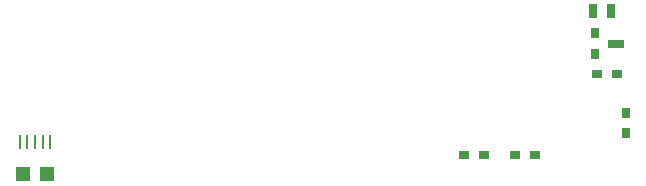
<source format=gbr>
G04 DipTrace 2.4.0.2*
%INTopPaste.gbr*%
%MOIN*%
%ADD55R,0.055X0.0313*%
%ADD57R,0.0038X0.0195*%
%ADD63R,0.0313X0.0451*%
%ADD69R,0.051X0.051*%
%ADD75R,0.0077X0.0451*%
%ADD85R,0.0046X0.0746*%
%ADD87R,0.0353X0.0313*%
%ADD89R,0.0313X0.0353*%
%FSLAX44Y44*%
G04*
G70*
G90*
G75*
G01*
%LNTopPaste*%
%LPD*%
D89*
X24993Y9186D3*
Y8517D3*
D87*
X25737Y7834D3*
X25068D3*
D85*
X20308Y8693D3*
X20111D3*
X19914D3*
X19718D3*
X19521D3*
X19324D3*
X19127D3*
X18930D3*
X18733D3*
X18536D3*
X18340D3*
X18143D3*
X17946D3*
X17749D3*
X17552D3*
X17355D3*
X17159D3*
X16962D3*
X16174D3*
X15977D3*
X15781D3*
X15584D3*
X15387D3*
X15190D3*
X14993D3*
X14796D3*
X14599D3*
X14403D3*
X14206D3*
X14009D3*
X13812D3*
X13615D3*
X13418D3*
X13222D3*
X13025D3*
X12828D3*
D75*
X5818Y5568D3*
X6074D3*
X6330D3*
X6586D3*
X6842D3*
D69*
X5936Y4505D3*
X6724D3*
D63*
X24943Y9943D3*
X25534D3*
D89*
X26039Y5852D3*
Y6521D3*
D87*
X20631Y5130D3*
X21300D3*
X23006D3*
X22336D3*
D57*
X25943Y9318D3*
X25687D3*
X25431D3*
Y8373D3*
X25687D3*
X25943D3*
D55*
X25687Y8846D3*
M02*

</source>
